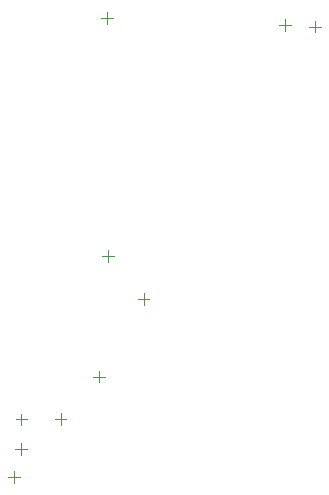
<source format=gbr>
%TF.GenerationSoftware,Altium Limited,Altium Designer,23.1.1 (15)*%
G04 Layer_Color=16711935*
%FSLAX45Y45*%
%MOMM*%
%TF.SameCoordinates,8C37DE4A-61E0-4A85-99FC-D0A1A2E6B02F*%
%TF.FilePolarity,Positive*%
%TF.FileFunction,Other,Top_Component_Center*%
%TF.Part,Single*%
G01*
G75*
%TA.AperFunction,NonConductor*%
%ADD148C,0.10000*%
D148*
X932980Y4043680D02*
X1032980D01*
X982980Y3993680D02*
Y4093680D01*
X989960Y1982000D02*
Y2082000D01*
X939960Y2032000D02*
X1039960D01*
X1242220Y1668780D02*
X1342220D01*
X1292220Y1618780D02*
Y1718780D01*
X539280Y650240D02*
X639280D01*
X589280Y600240D02*
Y700240D01*
X198120Y112560D02*
Y212560D01*
X148120Y162560D02*
X248120D01*
X2690660Y3974248D02*
X2790660D01*
X2740660Y3924248D02*
Y4024248D01*
X2439200Y3986112D02*
X2539200D01*
X2489200Y3936112D02*
Y4036112D01*
X253360Y346240D02*
Y446240D01*
X203360Y396240D02*
X303360D01*
X258440Y597700D02*
Y697700D01*
X208440Y647700D02*
X308440D01*
X866300Y1010920D02*
X966300D01*
X916300Y960920D02*
Y1060920D01*
%TF.MD5,68f773a2369541c1512ce1538885be74*%
M02*

</source>
